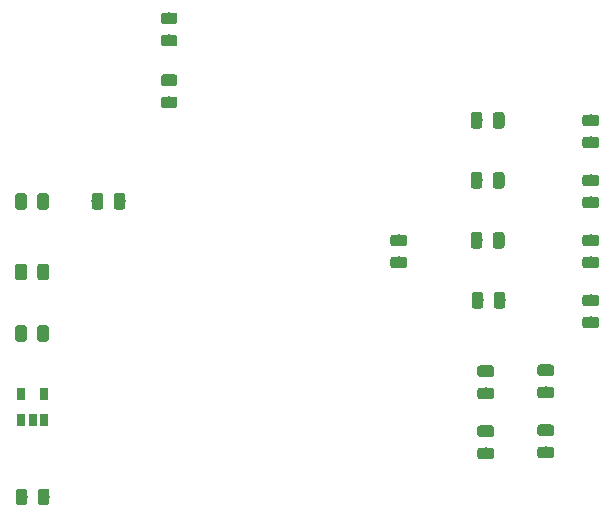
<source format=gtp>
G04 #@! TF.GenerationSoftware,KiCad,Pcbnew,(5.1.2)-1*
G04 #@! TF.CreationDate,2019-09-17T06:22:34+02:00*
G04 #@! TF.ProjectId,PiezoBedSensor,5069657a-6f42-4656-9453-656e736f722e,rev?*
G04 #@! TF.SameCoordinates,Original*
G04 #@! TF.FileFunction,Paste,Top*
G04 #@! TF.FilePolarity,Positive*
%FSLAX46Y46*%
G04 Gerber Fmt 4.6, Leading zero omitted, Abs format (unit mm)*
G04 Created by KiCad (PCBNEW (5.1.2)-1) date 2019-09-17 06:22:34*
%MOMM*%
%LPD*%
G04 APERTURE LIST*
%ADD10C,0.100000*%
%ADD11C,0.975000*%
%ADD12R,0.650000X1.060000*%
G04 APERTURE END LIST*
D10*
G36*
X112240142Y-60473674D02*
G01*
X112263803Y-60477184D01*
X112287007Y-60482996D01*
X112309529Y-60491054D01*
X112331153Y-60501282D01*
X112351670Y-60513579D01*
X112370883Y-60527829D01*
X112388607Y-60543893D01*
X112404671Y-60561617D01*
X112418921Y-60580830D01*
X112431218Y-60601347D01*
X112441446Y-60622971D01*
X112449504Y-60645493D01*
X112455316Y-60668697D01*
X112458826Y-60692358D01*
X112460000Y-60716250D01*
X112460000Y-61203750D01*
X112458826Y-61227642D01*
X112455316Y-61251303D01*
X112449504Y-61274507D01*
X112441446Y-61297029D01*
X112431218Y-61318653D01*
X112418921Y-61339170D01*
X112404671Y-61358383D01*
X112388607Y-61376107D01*
X112370883Y-61392171D01*
X112351670Y-61406421D01*
X112331153Y-61418718D01*
X112309529Y-61428946D01*
X112287007Y-61437004D01*
X112263803Y-61442816D01*
X112240142Y-61446326D01*
X112216250Y-61447500D01*
X111303750Y-61447500D01*
X111279858Y-61446326D01*
X111256197Y-61442816D01*
X111232993Y-61437004D01*
X111210471Y-61428946D01*
X111188847Y-61418718D01*
X111168330Y-61406421D01*
X111149117Y-61392171D01*
X111131393Y-61376107D01*
X111115329Y-61358383D01*
X111101079Y-61339170D01*
X111088782Y-61318653D01*
X111078554Y-61297029D01*
X111070496Y-61274507D01*
X111064684Y-61251303D01*
X111061174Y-61227642D01*
X111060000Y-61203750D01*
X111060000Y-60716250D01*
X111061174Y-60692358D01*
X111064684Y-60668697D01*
X111070496Y-60645493D01*
X111078554Y-60622971D01*
X111088782Y-60601347D01*
X111101079Y-60580830D01*
X111115329Y-60561617D01*
X111131393Y-60543893D01*
X111149117Y-60527829D01*
X111168330Y-60513579D01*
X111188847Y-60501282D01*
X111210471Y-60491054D01*
X111232993Y-60482996D01*
X111256197Y-60477184D01*
X111279858Y-60473674D01*
X111303750Y-60472500D01*
X112216250Y-60472500D01*
X112240142Y-60473674D01*
X112240142Y-60473674D01*
G37*
D11*
X111760000Y-60960000D03*
D10*
G36*
X112240142Y-62348674D02*
G01*
X112263803Y-62352184D01*
X112287007Y-62357996D01*
X112309529Y-62366054D01*
X112331153Y-62376282D01*
X112351670Y-62388579D01*
X112370883Y-62402829D01*
X112388607Y-62418893D01*
X112404671Y-62436617D01*
X112418921Y-62455830D01*
X112431218Y-62476347D01*
X112441446Y-62497971D01*
X112449504Y-62520493D01*
X112455316Y-62543697D01*
X112458826Y-62567358D01*
X112460000Y-62591250D01*
X112460000Y-63078750D01*
X112458826Y-63102642D01*
X112455316Y-63126303D01*
X112449504Y-63149507D01*
X112441446Y-63172029D01*
X112431218Y-63193653D01*
X112418921Y-63214170D01*
X112404671Y-63233383D01*
X112388607Y-63251107D01*
X112370883Y-63267171D01*
X112351670Y-63281421D01*
X112331153Y-63293718D01*
X112309529Y-63303946D01*
X112287007Y-63312004D01*
X112263803Y-63317816D01*
X112240142Y-63321326D01*
X112216250Y-63322500D01*
X111303750Y-63322500D01*
X111279858Y-63321326D01*
X111256197Y-63317816D01*
X111232993Y-63312004D01*
X111210471Y-63303946D01*
X111188847Y-63293718D01*
X111168330Y-63281421D01*
X111149117Y-63267171D01*
X111131393Y-63251107D01*
X111115329Y-63233383D01*
X111101079Y-63214170D01*
X111088782Y-63193653D01*
X111078554Y-63172029D01*
X111070496Y-63149507D01*
X111064684Y-63126303D01*
X111061174Y-63102642D01*
X111060000Y-63078750D01*
X111060000Y-62591250D01*
X111061174Y-62567358D01*
X111064684Y-62543697D01*
X111070496Y-62520493D01*
X111078554Y-62497971D01*
X111088782Y-62476347D01*
X111101079Y-62455830D01*
X111115329Y-62436617D01*
X111131393Y-62418893D01*
X111149117Y-62402829D01*
X111168330Y-62388579D01*
X111188847Y-62376282D01*
X111210471Y-62366054D01*
X111232993Y-62357996D01*
X111256197Y-62352184D01*
X111279858Y-62348674D01*
X111303750Y-62347500D01*
X112216250Y-62347500D01*
X112240142Y-62348674D01*
X112240142Y-62348674D01*
G37*
D11*
X111760000Y-62835000D03*
D10*
G36*
X131671142Y-79269674D02*
G01*
X131694803Y-79273184D01*
X131718007Y-79278996D01*
X131740529Y-79287054D01*
X131762153Y-79297282D01*
X131782670Y-79309579D01*
X131801883Y-79323829D01*
X131819607Y-79339893D01*
X131835671Y-79357617D01*
X131849921Y-79376830D01*
X131862218Y-79397347D01*
X131872446Y-79418971D01*
X131880504Y-79441493D01*
X131886316Y-79464697D01*
X131889826Y-79488358D01*
X131891000Y-79512250D01*
X131891000Y-79999750D01*
X131889826Y-80023642D01*
X131886316Y-80047303D01*
X131880504Y-80070507D01*
X131872446Y-80093029D01*
X131862218Y-80114653D01*
X131849921Y-80135170D01*
X131835671Y-80154383D01*
X131819607Y-80172107D01*
X131801883Y-80188171D01*
X131782670Y-80202421D01*
X131762153Y-80214718D01*
X131740529Y-80224946D01*
X131718007Y-80233004D01*
X131694803Y-80238816D01*
X131671142Y-80242326D01*
X131647250Y-80243500D01*
X130734750Y-80243500D01*
X130710858Y-80242326D01*
X130687197Y-80238816D01*
X130663993Y-80233004D01*
X130641471Y-80224946D01*
X130619847Y-80214718D01*
X130599330Y-80202421D01*
X130580117Y-80188171D01*
X130562393Y-80172107D01*
X130546329Y-80154383D01*
X130532079Y-80135170D01*
X130519782Y-80114653D01*
X130509554Y-80093029D01*
X130501496Y-80070507D01*
X130495684Y-80047303D01*
X130492174Y-80023642D01*
X130491000Y-79999750D01*
X130491000Y-79512250D01*
X130492174Y-79488358D01*
X130495684Y-79464697D01*
X130501496Y-79441493D01*
X130509554Y-79418971D01*
X130519782Y-79397347D01*
X130532079Y-79376830D01*
X130546329Y-79357617D01*
X130562393Y-79339893D01*
X130580117Y-79323829D01*
X130599330Y-79309579D01*
X130619847Y-79297282D01*
X130641471Y-79287054D01*
X130663993Y-79278996D01*
X130687197Y-79273184D01*
X130710858Y-79269674D01*
X130734750Y-79268500D01*
X131647250Y-79268500D01*
X131671142Y-79269674D01*
X131671142Y-79269674D01*
G37*
D11*
X131191000Y-79756000D03*
D10*
G36*
X131671142Y-81144674D02*
G01*
X131694803Y-81148184D01*
X131718007Y-81153996D01*
X131740529Y-81162054D01*
X131762153Y-81172282D01*
X131782670Y-81184579D01*
X131801883Y-81198829D01*
X131819607Y-81214893D01*
X131835671Y-81232617D01*
X131849921Y-81251830D01*
X131862218Y-81272347D01*
X131872446Y-81293971D01*
X131880504Y-81316493D01*
X131886316Y-81339697D01*
X131889826Y-81363358D01*
X131891000Y-81387250D01*
X131891000Y-81874750D01*
X131889826Y-81898642D01*
X131886316Y-81922303D01*
X131880504Y-81945507D01*
X131872446Y-81968029D01*
X131862218Y-81989653D01*
X131849921Y-82010170D01*
X131835671Y-82029383D01*
X131819607Y-82047107D01*
X131801883Y-82063171D01*
X131782670Y-82077421D01*
X131762153Y-82089718D01*
X131740529Y-82099946D01*
X131718007Y-82108004D01*
X131694803Y-82113816D01*
X131671142Y-82117326D01*
X131647250Y-82118500D01*
X130734750Y-82118500D01*
X130710858Y-82117326D01*
X130687197Y-82113816D01*
X130663993Y-82108004D01*
X130641471Y-82099946D01*
X130619847Y-82089718D01*
X130599330Y-82077421D01*
X130580117Y-82063171D01*
X130562393Y-82047107D01*
X130546329Y-82029383D01*
X130532079Y-82010170D01*
X130519782Y-81989653D01*
X130509554Y-81968029D01*
X130501496Y-81945507D01*
X130495684Y-81922303D01*
X130492174Y-81898642D01*
X130491000Y-81874750D01*
X130491000Y-81387250D01*
X130492174Y-81363358D01*
X130495684Y-81339697D01*
X130501496Y-81316493D01*
X130509554Y-81293971D01*
X130519782Y-81272347D01*
X130532079Y-81251830D01*
X130546329Y-81232617D01*
X130562393Y-81214893D01*
X130580117Y-81198829D01*
X130599330Y-81184579D01*
X130619847Y-81172282D01*
X130641471Y-81162054D01*
X130663993Y-81153996D01*
X130687197Y-81148184D01*
X130710858Y-81144674D01*
X130734750Y-81143500D01*
X131647250Y-81143500D01*
X131671142Y-81144674D01*
X131671142Y-81144674D01*
G37*
D11*
X131191000Y-81631000D03*
D10*
G36*
X101359642Y-81724174D02*
G01*
X101383303Y-81727684D01*
X101406507Y-81733496D01*
X101429029Y-81741554D01*
X101450653Y-81751782D01*
X101471170Y-81764079D01*
X101490383Y-81778329D01*
X101508107Y-81794393D01*
X101524171Y-81812117D01*
X101538421Y-81831330D01*
X101550718Y-81851847D01*
X101560946Y-81873471D01*
X101569004Y-81895993D01*
X101574816Y-81919197D01*
X101578326Y-81942858D01*
X101579500Y-81966750D01*
X101579500Y-82879250D01*
X101578326Y-82903142D01*
X101574816Y-82926803D01*
X101569004Y-82950007D01*
X101560946Y-82972529D01*
X101550718Y-82994153D01*
X101538421Y-83014670D01*
X101524171Y-83033883D01*
X101508107Y-83051607D01*
X101490383Y-83067671D01*
X101471170Y-83081921D01*
X101450653Y-83094218D01*
X101429029Y-83104446D01*
X101406507Y-83112504D01*
X101383303Y-83118316D01*
X101359642Y-83121826D01*
X101335750Y-83123000D01*
X100848250Y-83123000D01*
X100824358Y-83121826D01*
X100800697Y-83118316D01*
X100777493Y-83112504D01*
X100754971Y-83104446D01*
X100733347Y-83094218D01*
X100712830Y-83081921D01*
X100693617Y-83067671D01*
X100675893Y-83051607D01*
X100659829Y-83033883D01*
X100645579Y-83014670D01*
X100633282Y-82994153D01*
X100623054Y-82972529D01*
X100614996Y-82950007D01*
X100609184Y-82926803D01*
X100605674Y-82903142D01*
X100604500Y-82879250D01*
X100604500Y-81966750D01*
X100605674Y-81942858D01*
X100609184Y-81919197D01*
X100614996Y-81895993D01*
X100623054Y-81873471D01*
X100633282Y-81851847D01*
X100645579Y-81831330D01*
X100659829Y-81812117D01*
X100675893Y-81794393D01*
X100693617Y-81778329D01*
X100712830Y-81764079D01*
X100733347Y-81751782D01*
X100754971Y-81741554D01*
X100777493Y-81733496D01*
X100800697Y-81727684D01*
X100824358Y-81724174D01*
X100848250Y-81723000D01*
X101335750Y-81723000D01*
X101359642Y-81724174D01*
X101359642Y-81724174D01*
G37*
D11*
X101092000Y-82423000D03*
D10*
G36*
X99484642Y-81724174D02*
G01*
X99508303Y-81727684D01*
X99531507Y-81733496D01*
X99554029Y-81741554D01*
X99575653Y-81751782D01*
X99596170Y-81764079D01*
X99615383Y-81778329D01*
X99633107Y-81794393D01*
X99649171Y-81812117D01*
X99663421Y-81831330D01*
X99675718Y-81851847D01*
X99685946Y-81873471D01*
X99694004Y-81895993D01*
X99699816Y-81919197D01*
X99703326Y-81942858D01*
X99704500Y-81966750D01*
X99704500Y-82879250D01*
X99703326Y-82903142D01*
X99699816Y-82926803D01*
X99694004Y-82950007D01*
X99685946Y-82972529D01*
X99675718Y-82994153D01*
X99663421Y-83014670D01*
X99649171Y-83033883D01*
X99633107Y-83051607D01*
X99615383Y-83067671D01*
X99596170Y-83081921D01*
X99575653Y-83094218D01*
X99554029Y-83104446D01*
X99531507Y-83112504D01*
X99508303Y-83118316D01*
X99484642Y-83121826D01*
X99460750Y-83123000D01*
X98973250Y-83123000D01*
X98949358Y-83121826D01*
X98925697Y-83118316D01*
X98902493Y-83112504D01*
X98879971Y-83104446D01*
X98858347Y-83094218D01*
X98837830Y-83081921D01*
X98818617Y-83067671D01*
X98800893Y-83051607D01*
X98784829Y-83033883D01*
X98770579Y-83014670D01*
X98758282Y-82994153D01*
X98748054Y-82972529D01*
X98739996Y-82950007D01*
X98734184Y-82926803D01*
X98730674Y-82903142D01*
X98729500Y-82879250D01*
X98729500Y-81966750D01*
X98730674Y-81942858D01*
X98734184Y-81919197D01*
X98739996Y-81895993D01*
X98748054Y-81873471D01*
X98758282Y-81851847D01*
X98770579Y-81831330D01*
X98784829Y-81812117D01*
X98800893Y-81794393D01*
X98818617Y-81778329D01*
X98837830Y-81764079D01*
X98858347Y-81751782D01*
X98879971Y-81741554D01*
X98902493Y-81733496D01*
X98925697Y-81727684D01*
X98949358Y-81724174D01*
X98973250Y-81723000D01*
X99460750Y-81723000D01*
X99484642Y-81724174D01*
X99484642Y-81724174D01*
G37*
D11*
X99217000Y-82423000D03*
D10*
G36*
X101359642Y-86931174D02*
G01*
X101383303Y-86934684D01*
X101406507Y-86940496D01*
X101429029Y-86948554D01*
X101450653Y-86958782D01*
X101471170Y-86971079D01*
X101490383Y-86985329D01*
X101508107Y-87001393D01*
X101524171Y-87019117D01*
X101538421Y-87038330D01*
X101550718Y-87058847D01*
X101560946Y-87080471D01*
X101569004Y-87102993D01*
X101574816Y-87126197D01*
X101578326Y-87149858D01*
X101579500Y-87173750D01*
X101579500Y-88086250D01*
X101578326Y-88110142D01*
X101574816Y-88133803D01*
X101569004Y-88157007D01*
X101560946Y-88179529D01*
X101550718Y-88201153D01*
X101538421Y-88221670D01*
X101524171Y-88240883D01*
X101508107Y-88258607D01*
X101490383Y-88274671D01*
X101471170Y-88288921D01*
X101450653Y-88301218D01*
X101429029Y-88311446D01*
X101406507Y-88319504D01*
X101383303Y-88325316D01*
X101359642Y-88328826D01*
X101335750Y-88330000D01*
X100848250Y-88330000D01*
X100824358Y-88328826D01*
X100800697Y-88325316D01*
X100777493Y-88319504D01*
X100754971Y-88311446D01*
X100733347Y-88301218D01*
X100712830Y-88288921D01*
X100693617Y-88274671D01*
X100675893Y-88258607D01*
X100659829Y-88240883D01*
X100645579Y-88221670D01*
X100633282Y-88201153D01*
X100623054Y-88179529D01*
X100614996Y-88157007D01*
X100609184Y-88133803D01*
X100605674Y-88110142D01*
X100604500Y-88086250D01*
X100604500Y-87173750D01*
X100605674Y-87149858D01*
X100609184Y-87126197D01*
X100614996Y-87102993D01*
X100623054Y-87080471D01*
X100633282Y-87058847D01*
X100645579Y-87038330D01*
X100659829Y-87019117D01*
X100675893Y-87001393D01*
X100693617Y-86985329D01*
X100712830Y-86971079D01*
X100733347Y-86958782D01*
X100754971Y-86948554D01*
X100777493Y-86940496D01*
X100800697Y-86934684D01*
X100824358Y-86931174D01*
X100848250Y-86930000D01*
X101335750Y-86930000D01*
X101359642Y-86931174D01*
X101359642Y-86931174D01*
G37*
D11*
X101092000Y-87630000D03*
D10*
G36*
X99484642Y-86931174D02*
G01*
X99508303Y-86934684D01*
X99531507Y-86940496D01*
X99554029Y-86948554D01*
X99575653Y-86958782D01*
X99596170Y-86971079D01*
X99615383Y-86985329D01*
X99633107Y-87001393D01*
X99649171Y-87019117D01*
X99663421Y-87038330D01*
X99675718Y-87058847D01*
X99685946Y-87080471D01*
X99694004Y-87102993D01*
X99699816Y-87126197D01*
X99703326Y-87149858D01*
X99704500Y-87173750D01*
X99704500Y-88086250D01*
X99703326Y-88110142D01*
X99699816Y-88133803D01*
X99694004Y-88157007D01*
X99685946Y-88179529D01*
X99675718Y-88201153D01*
X99663421Y-88221670D01*
X99649171Y-88240883D01*
X99633107Y-88258607D01*
X99615383Y-88274671D01*
X99596170Y-88288921D01*
X99575653Y-88301218D01*
X99554029Y-88311446D01*
X99531507Y-88319504D01*
X99508303Y-88325316D01*
X99484642Y-88328826D01*
X99460750Y-88330000D01*
X98973250Y-88330000D01*
X98949358Y-88328826D01*
X98925697Y-88325316D01*
X98902493Y-88319504D01*
X98879971Y-88311446D01*
X98858347Y-88301218D01*
X98837830Y-88288921D01*
X98818617Y-88274671D01*
X98800893Y-88258607D01*
X98784829Y-88240883D01*
X98770579Y-88221670D01*
X98758282Y-88201153D01*
X98748054Y-88179529D01*
X98739996Y-88157007D01*
X98734184Y-88133803D01*
X98730674Y-88110142D01*
X98729500Y-88086250D01*
X98729500Y-87173750D01*
X98730674Y-87149858D01*
X98734184Y-87126197D01*
X98739996Y-87102993D01*
X98748054Y-87080471D01*
X98758282Y-87058847D01*
X98770579Y-87038330D01*
X98784829Y-87019117D01*
X98800893Y-87001393D01*
X98818617Y-86985329D01*
X98837830Y-86971079D01*
X98858347Y-86958782D01*
X98879971Y-86948554D01*
X98902493Y-86940496D01*
X98925697Y-86934684D01*
X98949358Y-86931174D01*
X98973250Y-86930000D01*
X99460750Y-86930000D01*
X99484642Y-86931174D01*
X99484642Y-86931174D01*
G37*
D11*
X99217000Y-87630000D03*
D10*
G36*
X101408142Y-100774174D02*
G01*
X101431803Y-100777684D01*
X101455007Y-100783496D01*
X101477529Y-100791554D01*
X101499153Y-100801782D01*
X101519670Y-100814079D01*
X101538883Y-100828329D01*
X101556607Y-100844393D01*
X101572671Y-100862117D01*
X101586921Y-100881330D01*
X101599218Y-100901847D01*
X101609446Y-100923471D01*
X101617504Y-100945993D01*
X101623316Y-100969197D01*
X101626826Y-100992858D01*
X101628000Y-101016750D01*
X101628000Y-101929250D01*
X101626826Y-101953142D01*
X101623316Y-101976803D01*
X101617504Y-102000007D01*
X101609446Y-102022529D01*
X101599218Y-102044153D01*
X101586921Y-102064670D01*
X101572671Y-102083883D01*
X101556607Y-102101607D01*
X101538883Y-102117671D01*
X101519670Y-102131921D01*
X101499153Y-102144218D01*
X101477529Y-102154446D01*
X101455007Y-102162504D01*
X101431803Y-102168316D01*
X101408142Y-102171826D01*
X101384250Y-102173000D01*
X100896750Y-102173000D01*
X100872858Y-102171826D01*
X100849197Y-102168316D01*
X100825993Y-102162504D01*
X100803471Y-102154446D01*
X100781847Y-102144218D01*
X100761330Y-102131921D01*
X100742117Y-102117671D01*
X100724393Y-102101607D01*
X100708329Y-102083883D01*
X100694079Y-102064670D01*
X100681782Y-102044153D01*
X100671554Y-102022529D01*
X100663496Y-102000007D01*
X100657684Y-101976803D01*
X100654174Y-101953142D01*
X100653000Y-101929250D01*
X100653000Y-101016750D01*
X100654174Y-100992858D01*
X100657684Y-100969197D01*
X100663496Y-100945993D01*
X100671554Y-100923471D01*
X100681782Y-100901847D01*
X100694079Y-100881330D01*
X100708329Y-100862117D01*
X100724393Y-100844393D01*
X100742117Y-100828329D01*
X100761330Y-100814079D01*
X100781847Y-100801782D01*
X100803471Y-100791554D01*
X100825993Y-100783496D01*
X100849197Y-100777684D01*
X100872858Y-100774174D01*
X100896750Y-100773000D01*
X101384250Y-100773000D01*
X101408142Y-100774174D01*
X101408142Y-100774174D01*
G37*
D11*
X101140500Y-101473000D03*
D10*
G36*
X99533142Y-100774174D02*
G01*
X99556803Y-100777684D01*
X99580007Y-100783496D01*
X99602529Y-100791554D01*
X99624153Y-100801782D01*
X99644670Y-100814079D01*
X99663883Y-100828329D01*
X99681607Y-100844393D01*
X99697671Y-100862117D01*
X99711921Y-100881330D01*
X99724218Y-100901847D01*
X99734446Y-100923471D01*
X99742504Y-100945993D01*
X99748316Y-100969197D01*
X99751826Y-100992858D01*
X99753000Y-101016750D01*
X99753000Y-101929250D01*
X99751826Y-101953142D01*
X99748316Y-101976803D01*
X99742504Y-102000007D01*
X99734446Y-102022529D01*
X99724218Y-102044153D01*
X99711921Y-102064670D01*
X99697671Y-102083883D01*
X99681607Y-102101607D01*
X99663883Y-102117671D01*
X99644670Y-102131921D01*
X99624153Y-102144218D01*
X99602529Y-102154446D01*
X99580007Y-102162504D01*
X99556803Y-102168316D01*
X99533142Y-102171826D01*
X99509250Y-102173000D01*
X99021750Y-102173000D01*
X98997858Y-102171826D01*
X98974197Y-102168316D01*
X98950993Y-102162504D01*
X98928471Y-102154446D01*
X98906847Y-102144218D01*
X98886330Y-102131921D01*
X98867117Y-102117671D01*
X98849393Y-102101607D01*
X98833329Y-102083883D01*
X98819079Y-102064670D01*
X98806782Y-102044153D01*
X98796554Y-102022529D01*
X98788496Y-102000007D01*
X98782684Y-101976803D01*
X98779174Y-101953142D01*
X98778000Y-101929250D01*
X98778000Y-101016750D01*
X98779174Y-100992858D01*
X98782684Y-100969197D01*
X98788496Y-100945993D01*
X98796554Y-100923471D01*
X98806782Y-100901847D01*
X98819079Y-100881330D01*
X98833329Y-100862117D01*
X98849393Y-100844393D01*
X98867117Y-100828329D01*
X98886330Y-100814079D01*
X98906847Y-100801782D01*
X98928471Y-100791554D01*
X98950993Y-100783496D01*
X98974197Y-100777684D01*
X98997858Y-100774174D01*
X99021750Y-100773000D01*
X99509250Y-100773000D01*
X99533142Y-100774174D01*
X99533142Y-100774174D01*
G37*
D11*
X99265500Y-101473000D03*
D12*
X99253000Y-92753000D03*
X101153000Y-92753000D03*
X101153000Y-94953000D03*
X100203000Y-94953000D03*
X99253000Y-94953000D03*
D10*
G36*
X147927142Y-84349674D02*
G01*
X147950803Y-84353184D01*
X147974007Y-84358996D01*
X147996529Y-84367054D01*
X148018153Y-84377282D01*
X148038670Y-84389579D01*
X148057883Y-84403829D01*
X148075607Y-84419893D01*
X148091671Y-84437617D01*
X148105921Y-84456830D01*
X148118218Y-84477347D01*
X148128446Y-84498971D01*
X148136504Y-84521493D01*
X148142316Y-84544697D01*
X148145826Y-84568358D01*
X148147000Y-84592250D01*
X148147000Y-85079750D01*
X148145826Y-85103642D01*
X148142316Y-85127303D01*
X148136504Y-85150507D01*
X148128446Y-85173029D01*
X148118218Y-85194653D01*
X148105921Y-85215170D01*
X148091671Y-85234383D01*
X148075607Y-85252107D01*
X148057883Y-85268171D01*
X148038670Y-85282421D01*
X148018153Y-85294718D01*
X147996529Y-85304946D01*
X147974007Y-85313004D01*
X147950803Y-85318816D01*
X147927142Y-85322326D01*
X147903250Y-85323500D01*
X146990750Y-85323500D01*
X146966858Y-85322326D01*
X146943197Y-85318816D01*
X146919993Y-85313004D01*
X146897471Y-85304946D01*
X146875847Y-85294718D01*
X146855330Y-85282421D01*
X146836117Y-85268171D01*
X146818393Y-85252107D01*
X146802329Y-85234383D01*
X146788079Y-85215170D01*
X146775782Y-85194653D01*
X146765554Y-85173029D01*
X146757496Y-85150507D01*
X146751684Y-85127303D01*
X146748174Y-85103642D01*
X146747000Y-85079750D01*
X146747000Y-84592250D01*
X146748174Y-84568358D01*
X146751684Y-84544697D01*
X146757496Y-84521493D01*
X146765554Y-84498971D01*
X146775782Y-84477347D01*
X146788079Y-84456830D01*
X146802329Y-84437617D01*
X146818393Y-84419893D01*
X146836117Y-84403829D01*
X146855330Y-84389579D01*
X146875847Y-84377282D01*
X146897471Y-84367054D01*
X146919993Y-84358996D01*
X146943197Y-84353184D01*
X146966858Y-84349674D01*
X146990750Y-84348500D01*
X147903250Y-84348500D01*
X147927142Y-84349674D01*
X147927142Y-84349674D01*
G37*
D11*
X147447000Y-84836000D03*
D10*
G36*
X147927142Y-86224674D02*
G01*
X147950803Y-86228184D01*
X147974007Y-86233996D01*
X147996529Y-86242054D01*
X148018153Y-86252282D01*
X148038670Y-86264579D01*
X148057883Y-86278829D01*
X148075607Y-86294893D01*
X148091671Y-86312617D01*
X148105921Y-86331830D01*
X148118218Y-86352347D01*
X148128446Y-86373971D01*
X148136504Y-86396493D01*
X148142316Y-86419697D01*
X148145826Y-86443358D01*
X148147000Y-86467250D01*
X148147000Y-86954750D01*
X148145826Y-86978642D01*
X148142316Y-87002303D01*
X148136504Y-87025507D01*
X148128446Y-87048029D01*
X148118218Y-87069653D01*
X148105921Y-87090170D01*
X148091671Y-87109383D01*
X148075607Y-87127107D01*
X148057883Y-87143171D01*
X148038670Y-87157421D01*
X148018153Y-87169718D01*
X147996529Y-87179946D01*
X147974007Y-87188004D01*
X147950803Y-87193816D01*
X147927142Y-87197326D01*
X147903250Y-87198500D01*
X146990750Y-87198500D01*
X146966858Y-87197326D01*
X146943197Y-87193816D01*
X146919993Y-87188004D01*
X146897471Y-87179946D01*
X146875847Y-87169718D01*
X146855330Y-87157421D01*
X146836117Y-87143171D01*
X146818393Y-87127107D01*
X146802329Y-87109383D01*
X146788079Y-87090170D01*
X146775782Y-87069653D01*
X146765554Y-87048029D01*
X146757496Y-87025507D01*
X146751684Y-87002303D01*
X146748174Y-86978642D01*
X146747000Y-86954750D01*
X146747000Y-86467250D01*
X146748174Y-86443358D01*
X146751684Y-86419697D01*
X146757496Y-86396493D01*
X146765554Y-86373971D01*
X146775782Y-86352347D01*
X146788079Y-86331830D01*
X146802329Y-86312617D01*
X146818393Y-86294893D01*
X146836117Y-86278829D01*
X146855330Y-86264579D01*
X146875847Y-86252282D01*
X146897471Y-86242054D01*
X146919993Y-86233996D01*
X146943197Y-86228184D01*
X146966858Y-86224674D01*
X146990750Y-86223500D01*
X147903250Y-86223500D01*
X147927142Y-86224674D01*
X147927142Y-86224674D01*
G37*
D11*
X147447000Y-86711000D03*
D10*
G36*
X147927142Y-79269674D02*
G01*
X147950803Y-79273184D01*
X147974007Y-79278996D01*
X147996529Y-79287054D01*
X148018153Y-79297282D01*
X148038670Y-79309579D01*
X148057883Y-79323829D01*
X148075607Y-79339893D01*
X148091671Y-79357617D01*
X148105921Y-79376830D01*
X148118218Y-79397347D01*
X148128446Y-79418971D01*
X148136504Y-79441493D01*
X148142316Y-79464697D01*
X148145826Y-79488358D01*
X148147000Y-79512250D01*
X148147000Y-79999750D01*
X148145826Y-80023642D01*
X148142316Y-80047303D01*
X148136504Y-80070507D01*
X148128446Y-80093029D01*
X148118218Y-80114653D01*
X148105921Y-80135170D01*
X148091671Y-80154383D01*
X148075607Y-80172107D01*
X148057883Y-80188171D01*
X148038670Y-80202421D01*
X148018153Y-80214718D01*
X147996529Y-80224946D01*
X147974007Y-80233004D01*
X147950803Y-80238816D01*
X147927142Y-80242326D01*
X147903250Y-80243500D01*
X146990750Y-80243500D01*
X146966858Y-80242326D01*
X146943197Y-80238816D01*
X146919993Y-80233004D01*
X146897471Y-80224946D01*
X146875847Y-80214718D01*
X146855330Y-80202421D01*
X146836117Y-80188171D01*
X146818393Y-80172107D01*
X146802329Y-80154383D01*
X146788079Y-80135170D01*
X146775782Y-80114653D01*
X146765554Y-80093029D01*
X146757496Y-80070507D01*
X146751684Y-80047303D01*
X146748174Y-80023642D01*
X146747000Y-79999750D01*
X146747000Y-79512250D01*
X146748174Y-79488358D01*
X146751684Y-79464697D01*
X146757496Y-79441493D01*
X146765554Y-79418971D01*
X146775782Y-79397347D01*
X146788079Y-79376830D01*
X146802329Y-79357617D01*
X146818393Y-79339893D01*
X146836117Y-79323829D01*
X146855330Y-79309579D01*
X146875847Y-79297282D01*
X146897471Y-79287054D01*
X146919993Y-79278996D01*
X146943197Y-79273184D01*
X146966858Y-79269674D01*
X146990750Y-79268500D01*
X147903250Y-79268500D01*
X147927142Y-79269674D01*
X147927142Y-79269674D01*
G37*
D11*
X147447000Y-79756000D03*
D10*
G36*
X147927142Y-81144674D02*
G01*
X147950803Y-81148184D01*
X147974007Y-81153996D01*
X147996529Y-81162054D01*
X148018153Y-81172282D01*
X148038670Y-81184579D01*
X148057883Y-81198829D01*
X148075607Y-81214893D01*
X148091671Y-81232617D01*
X148105921Y-81251830D01*
X148118218Y-81272347D01*
X148128446Y-81293971D01*
X148136504Y-81316493D01*
X148142316Y-81339697D01*
X148145826Y-81363358D01*
X148147000Y-81387250D01*
X148147000Y-81874750D01*
X148145826Y-81898642D01*
X148142316Y-81922303D01*
X148136504Y-81945507D01*
X148128446Y-81968029D01*
X148118218Y-81989653D01*
X148105921Y-82010170D01*
X148091671Y-82029383D01*
X148075607Y-82047107D01*
X148057883Y-82063171D01*
X148038670Y-82077421D01*
X148018153Y-82089718D01*
X147996529Y-82099946D01*
X147974007Y-82108004D01*
X147950803Y-82113816D01*
X147927142Y-82117326D01*
X147903250Y-82118500D01*
X146990750Y-82118500D01*
X146966858Y-82117326D01*
X146943197Y-82113816D01*
X146919993Y-82108004D01*
X146897471Y-82099946D01*
X146875847Y-82089718D01*
X146855330Y-82077421D01*
X146836117Y-82063171D01*
X146818393Y-82047107D01*
X146802329Y-82029383D01*
X146788079Y-82010170D01*
X146775782Y-81989653D01*
X146765554Y-81968029D01*
X146757496Y-81945507D01*
X146751684Y-81922303D01*
X146748174Y-81898642D01*
X146747000Y-81874750D01*
X146747000Y-81387250D01*
X146748174Y-81363358D01*
X146751684Y-81339697D01*
X146757496Y-81316493D01*
X146765554Y-81293971D01*
X146775782Y-81272347D01*
X146788079Y-81251830D01*
X146802329Y-81232617D01*
X146818393Y-81214893D01*
X146836117Y-81198829D01*
X146855330Y-81184579D01*
X146875847Y-81172282D01*
X146897471Y-81162054D01*
X146919993Y-81153996D01*
X146943197Y-81148184D01*
X146966858Y-81144674D01*
X146990750Y-81143500D01*
X147903250Y-81143500D01*
X147927142Y-81144674D01*
X147927142Y-81144674D01*
G37*
D11*
X147447000Y-81631000D03*
D10*
G36*
X147927142Y-74189674D02*
G01*
X147950803Y-74193184D01*
X147974007Y-74198996D01*
X147996529Y-74207054D01*
X148018153Y-74217282D01*
X148038670Y-74229579D01*
X148057883Y-74243829D01*
X148075607Y-74259893D01*
X148091671Y-74277617D01*
X148105921Y-74296830D01*
X148118218Y-74317347D01*
X148128446Y-74338971D01*
X148136504Y-74361493D01*
X148142316Y-74384697D01*
X148145826Y-74408358D01*
X148147000Y-74432250D01*
X148147000Y-74919750D01*
X148145826Y-74943642D01*
X148142316Y-74967303D01*
X148136504Y-74990507D01*
X148128446Y-75013029D01*
X148118218Y-75034653D01*
X148105921Y-75055170D01*
X148091671Y-75074383D01*
X148075607Y-75092107D01*
X148057883Y-75108171D01*
X148038670Y-75122421D01*
X148018153Y-75134718D01*
X147996529Y-75144946D01*
X147974007Y-75153004D01*
X147950803Y-75158816D01*
X147927142Y-75162326D01*
X147903250Y-75163500D01*
X146990750Y-75163500D01*
X146966858Y-75162326D01*
X146943197Y-75158816D01*
X146919993Y-75153004D01*
X146897471Y-75144946D01*
X146875847Y-75134718D01*
X146855330Y-75122421D01*
X146836117Y-75108171D01*
X146818393Y-75092107D01*
X146802329Y-75074383D01*
X146788079Y-75055170D01*
X146775782Y-75034653D01*
X146765554Y-75013029D01*
X146757496Y-74990507D01*
X146751684Y-74967303D01*
X146748174Y-74943642D01*
X146747000Y-74919750D01*
X146747000Y-74432250D01*
X146748174Y-74408358D01*
X146751684Y-74384697D01*
X146757496Y-74361493D01*
X146765554Y-74338971D01*
X146775782Y-74317347D01*
X146788079Y-74296830D01*
X146802329Y-74277617D01*
X146818393Y-74259893D01*
X146836117Y-74243829D01*
X146855330Y-74229579D01*
X146875847Y-74217282D01*
X146897471Y-74207054D01*
X146919993Y-74198996D01*
X146943197Y-74193184D01*
X146966858Y-74189674D01*
X146990750Y-74188500D01*
X147903250Y-74188500D01*
X147927142Y-74189674D01*
X147927142Y-74189674D01*
G37*
D11*
X147447000Y-74676000D03*
D10*
G36*
X147927142Y-76064674D02*
G01*
X147950803Y-76068184D01*
X147974007Y-76073996D01*
X147996529Y-76082054D01*
X148018153Y-76092282D01*
X148038670Y-76104579D01*
X148057883Y-76118829D01*
X148075607Y-76134893D01*
X148091671Y-76152617D01*
X148105921Y-76171830D01*
X148118218Y-76192347D01*
X148128446Y-76213971D01*
X148136504Y-76236493D01*
X148142316Y-76259697D01*
X148145826Y-76283358D01*
X148147000Y-76307250D01*
X148147000Y-76794750D01*
X148145826Y-76818642D01*
X148142316Y-76842303D01*
X148136504Y-76865507D01*
X148128446Y-76888029D01*
X148118218Y-76909653D01*
X148105921Y-76930170D01*
X148091671Y-76949383D01*
X148075607Y-76967107D01*
X148057883Y-76983171D01*
X148038670Y-76997421D01*
X148018153Y-77009718D01*
X147996529Y-77019946D01*
X147974007Y-77028004D01*
X147950803Y-77033816D01*
X147927142Y-77037326D01*
X147903250Y-77038500D01*
X146990750Y-77038500D01*
X146966858Y-77037326D01*
X146943197Y-77033816D01*
X146919993Y-77028004D01*
X146897471Y-77019946D01*
X146875847Y-77009718D01*
X146855330Y-76997421D01*
X146836117Y-76983171D01*
X146818393Y-76967107D01*
X146802329Y-76949383D01*
X146788079Y-76930170D01*
X146775782Y-76909653D01*
X146765554Y-76888029D01*
X146757496Y-76865507D01*
X146751684Y-76842303D01*
X146748174Y-76818642D01*
X146747000Y-76794750D01*
X146747000Y-76307250D01*
X146748174Y-76283358D01*
X146751684Y-76259697D01*
X146757496Y-76236493D01*
X146765554Y-76213971D01*
X146775782Y-76192347D01*
X146788079Y-76171830D01*
X146802329Y-76152617D01*
X146818393Y-76134893D01*
X146836117Y-76118829D01*
X146855330Y-76104579D01*
X146875847Y-76092282D01*
X146897471Y-76082054D01*
X146919993Y-76073996D01*
X146943197Y-76068184D01*
X146966858Y-76064674D01*
X146990750Y-76063500D01*
X147903250Y-76063500D01*
X147927142Y-76064674D01*
X147927142Y-76064674D01*
G37*
D11*
X147447000Y-76551000D03*
D10*
G36*
X147927142Y-69109674D02*
G01*
X147950803Y-69113184D01*
X147974007Y-69118996D01*
X147996529Y-69127054D01*
X148018153Y-69137282D01*
X148038670Y-69149579D01*
X148057883Y-69163829D01*
X148075607Y-69179893D01*
X148091671Y-69197617D01*
X148105921Y-69216830D01*
X148118218Y-69237347D01*
X148128446Y-69258971D01*
X148136504Y-69281493D01*
X148142316Y-69304697D01*
X148145826Y-69328358D01*
X148147000Y-69352250D01*
X148147000Y-69839750D01*
X148145826Y-69863642D01*
X148142316Y-69887303D01*
X148136504Y-69910507D01*
X148128446Y-69933029D01*
X148118218Y-69954653D01*
X148105921Y-69975170D01*
X148091671Y-69994383D01*
X148075607Y-70012107D01*
X148057883Y-70028171D01*
X148038670Y-70042421D01*
X148018153Y-70054718D01*
X147996529Y-70064946D01*
X147974007Y-70073004D01*
X147950803Y-70078816D01*
X147927142Y-70082326D01*
X147903250Y-70083500D01*
X146990750Y-70083500D01*
X146966858Y-70082326D01*
X146943197Y-70078816D01*
X146919993Y-70073004D01*
X146897471Y-70064946D01*
X146875847Y-70054718D01*
X146855330Y-70042421D01*
X146836117Y-70028171D01*
X146818393Y-70012107D01*
X146802329Y-69994383D01*
X146788079Y-69975170D01*
X146775782Y-69954653D01*
X146765554Y-69933029D01*
X146757496Y-69910507D01*
X146751684Y-69887303D01*
X146748174Y-69863642D01*
X146747000Y-69839750D01*
X146747000Y-69352250D01*
X146748174Y-69328358D01*
X146751684Y-69304697D01*
X146757496Y-69281493D01*
X146765554Y-69258971D01*
X146775782Y-69237347D01*
X146788079Y-69216830D01*
X146802329Y-69197617D01*
X146818393Y-69179893D01*
X146836117Y-69163829D01*
X146855330Y-69149579D01*
X146875847Y-69137282D01*
X146897471Y-69127054D01*
X146919993Y-69118996D01*
X146943197Y-69113184D01*
X146966858Y-69109674D01*
X146990750Y-69108500D01*
X147903250Y-69108500D01*
X147927142Y-69109674D01*
X147927142Y-69109674D01*
G37*
D11*
X147447000Y-69596000D03*
D10*
G36*
X147927142Y-70984674D02*
G01*
X147950803Y-70988184D01*
X147974007Y-70993996D01*
X147996529Y-71002054D01*
X148018153Y-71012282D01*
X148038670Y-71024579D01*
X148057883Y-71038829D01*
X148075607Y-71054893D01*
X148091671Y-71072617D01*
X148105921Y-71091830D01*
X148118218Y-71112347D01*
X148128446Y-71133971D01*
X148136504Y-71156493D01*
X148142316Y-71179697D01*
X148145826Y-71203358D01*
X148147000Y-71227250D01*
X148147000Y-71714750D01*
X148145826Y-71738642D01*
X148142316Y-71762303D01*
X148136504Y-71785507D01*
X148128446Y-71808029D01*
X148118218Y-71829653D01*
X148105921Y-71850170D01*
X148091671Y-71869383D01*
X148075607Y-71887107D01*
X148057883Y-71903171D01*
X148038670Y-71917421D01*
X148018153Y-71929718D01*
X147996529Y-71939946D01*
X147974007Y-71948004D01*
X147950803Y-71953816D01*
X147927142Y-71957326D01*
X147903250Y-71958500D01*
X146990750Y-71958500D01*
X146966858Y-71957326D01*
X146943197Y-71953816D01*
X146919993Y-71948004D01*
X146897471Y-71939946D01*
X146875847Y-71929718D01*
X146855330Y-71917421D01*
X146836117Y-71903171D01*
X146818393Y-71887107D01*
X146802329Y-71869383D01*
X146788079Y-71850170D01*
X146775782Y-71829653D01*
X146765554Y-71808029D01*
X146757496Y-71785507D01*
X146751684Y-71762303D01*
X146748174Y-71738642D01*
X146747000Y-71714750D01*
X146747000Y-71227250D01*
X146748174Y-71203358D01*
X146751684Y-71179697D01*
X146757496Y-71156493D01*
X146765554Y-71133971D01*
X146775782Y-71112347D01*
X146788079Y-71091830D01*
X146802329Y-71072617D01*
X146818393Y-71054893D01*
X146836117Y-71038829D01*
X146855330Y-71024579D01*
X146875847Y-71012282D01*
X146897471Y-71002054D01*
X146919993Y-70993996D01*
X146943197Y-70988184D01*
X146966858Y-70984674D01*
X146990750Y-70983500D01*
X147903250Y-70983500D01*
X147927142Y-70984674D01*
X147927142Y-70984674D01*
G37*
D11*
X147447000Y-71471000D03*
D10*
G36*
X138141142Y-84137174D02*
G01*
X138164803Y-84140684D01*
X138188007Y-84146496D01*
X138210529Y-84154554D01*
X138232153Y-84164782D01*
X138252670Y-84177079D01*
X138271883Y-84191329D01*
X138289607Y-84207393D01*
X138305671Y-84225117D01*
X138319921Y-84244330D01*
X138332218Y-84264847D01*
X138342446Y-84286471D01*
X138350504Y-84308993D01*
X138356316Y-84332197D01*
X138359826Y-84355858D01*
X138361000Y-84379750D01*
X138361000Y-85292250D01*
X138359826Y-85316142D01*
X138356316Y-85339803D01*
X138350504Y-85363007D01*
X138342446Y-85385529D01*
X138332218Y-85407153D01*
X138319921Y-85427670D01*
X138305671Y-85446883D01*
X138289607Y-85464607D01*
X138271883Y-85480671D01*
X138252670Y-85494921D01*
X138232153Y-85507218D01*
X138210529Y-85517446D01*
X138188007Y-85525504D01*
X138164803Y-85531316D01*
X138141142Y-85534826D01*
X138117250Y-85536000D01*
X137629750Y-85536000D01*
X137605858Y-85534826D01*
X137582197Y-85531316D01*
X137558993Y-85525504D01*
X137536471Y-85517446D01*
X137514847Y-85507218D01*
X137494330Y-85494921D01*
X137475117Y-85480671D01*
X137457393Y-85464607D01*
X137441329Y-85446883D01*
X137427079Y-85427670D01*
X137414782Y-85407153D01*
X137404554Y-85385529D01*
X137396496Y-85363007D01*
X137390684Y-85339803D01*
X137387174Y-85316142D01*
X137386000Y-85292250D01*
X137386000Y-84379750D01*
X137387174Y-84355858D01*
X137390684Y-84332197D01*
X137396496Y-84308993D01*
X137404554Y-84286471D01*
X137414782Y-84264847D01*
X137427079Y-84244330D01*
X137441329Y-84225117D01*
X137457393Y-84207393D01*
X137475117Y-84191329D01*
X137494330Y-84177079D01*
X137514847Y-84164782D01*
X137536471Y-84154554D01*
X137558993Y-84146496D01*
X137582197Y-84140684D01*
X137605858Y-84137174D01*
X137629750Y-84136000D01*
X138117250Y-84136000D01*
X138141142Y-84137174D01*
X138141142Y-84137174D01*
G37*
D11*
X137873500Y-84836000D03*
D10*
G36*
X140016142Y-84137174D02*
G01*
X140039803Y-84140684D01*
X140063007Y-84146496D01*
X140085529Y-84154554D01*
X140107153Y-84164782D01*
X140127670Y-84177079D01*
X140146883Y-84191329D01*
X140164607Y-84207393D01*
X140180671Y-84225117D01*
X140194921Y-84244330D01*
X140207218Y-84264847D01*
X140217446Y-84286471D01*
X140225504Y-84308993D01*
X140231316Y-84332197D01*
X140234826Y-84355858D01*
X140236000Y-84379750D01*
X140236000Y-85292250D01*
X140234826Y-85316142D01*
X140231316Y-85339803D01*
X140225504Y-85363007D01*
X140217446Y-85385529D01*
X140207218Y-85407153D01*
X140194921Y-85427670D01*
X140180671Y-85446883D01*
X140164607Y-85464607D01*
X140146883Y-85480671D01*
X140127670Y-85494921D01*
X140107153Y-85507218D01*
X140085529Y-85517446D01*
X140063007Y-85525504D01*
X140039803Y-85531316D01*
X140016142Y-85534826D01*
X139992250Y-85536000D01*
X139504750Y-85536000D01*
X139480858Y-85534826D01*
X139457197Y-85531316D01*
X139433993Y-85525504D01*
X139411471Y-85517446D01*
X139389847Y-85507218D01*
X139369330Y-85494921D01*
X139350117Y-85480671D01*
X139332393Y-85464607D01*
X139316329Y-85446883D01*
X139302079Y-85427670D01*
X139289782Y-85407153D01*
X139279554Y-85385529D01*
X139271496Y-85363007D01*
X139265684Y-85339803D01*
X139262174Y-85316142D01*
X139261000Y-85292250D01*
X139261000Y-84379750D01*
X139262174Y-84355858D01*
X139265684Y-84332197D01*
X139271496Y-84308993D01*
X139279554Y-84286471D01*
X139289782Y-84264847D01*
X139302079Y-84244330D01*
X139316329Y-84225117D01*
X139332393Y-84207393D01*
X139350117Y-84191329D01*
X139369330Y-84177079D01*
X139389847Y-84164782D01*
X139411471Y-84154554D01*
X139433993Y-84146496D01*
X139457197Y-84140684D01*
X139480858Y-84137174D01*
X139504750Y-84136000D01*
X139992250Y-84136000D01*
X140016142Y-84137174D01*
X140016142Y-84137174D01*
G37*
D11*
X139748500Y-84836000D03*
D10*
G36*
X138062642Y-79057174D02*
G01*
X138086303Y-79060684D01*
X138109507Y-79066496D01*
X138132029Y-79074554D01*
X138153653Y-79084782D01*
X138174170Y-79097079D01*
X138193383Y-79111329D01*
X138211107Y-79127393D01*
X138227171Y-79145117D01*
X138241421Y-79164330D01*
X138253718Y-79184847D01*
X138263946Y-79206471D01*
X138272004Y-79228993D01*
X138277816Y-79252197D01*
X138281326Y-79275858D01*
X138282500Y-79299750D01*
X138282500Y-80212250D01*
X138281326Y-80236142D01*
X138277816Y-80259803D01*
X138272004Y-80283007D01*
X138263946Y-80305529D01*
X138253718Y-80327153D01*
X138241421Y-80347670D01*
X138227171Y-80366883D01*
X138211107Y-80384607D01*
X138193383Y-80400671D01*
X138174170Y-80414921D01*
X138153653Y-80427218D01*
X138132029Y-80437446D01*
X138109507Y-80445504D01*
X138086303Y-80451316D01*
X138062642Y-80454826D01*
X138038750Y-80456000D01*
X137551250Y-80456000D01*
X137527358Y-80454826D01*
X137503697Y-80451316D01*
X137480493Y-80445504D01*
X137457971Y-80437446D01*
X137436347Y-80427218D01*
X137415830Y-80414921D01*
X137396617Y-80400671D01*
X137378893Y-80384607D01*
X137362829Y-80366883D01*
X137348579Y-80347670D01*
X137336282Y-80327153D01*
X137326054Y-80305529D01*
X137317996Y-80283007D01*
X137312184Y-80259803D01*
X137308674Y-80236142D01*
X137307500Y-80212250D01*
X137307500Y-79299750D01*
X137308674Y-79275858D01*
X137312184Y-79252197D01*
X137317996Y-79228993D01*
X137326054Y-79206471D01*
X137336282Y-79184847D01*
X137348579Y-79164330D01*
X137362829Y-79145117D01*
X137378893Y-79127393D01*
X137396617Y-79111329D01*
X137415830Y-79097079D01*
X137436347Y-79084782D01*
X137457971Y-79074554D01*
X137480493Y-79066496D01*
X137503697Y-79060684D01*
X137527358Y-79057174D01*
X137551250Y-79056000D01*
X138038750Y-79056000D01*
X138062642Y-79057174D01*
X138062642Y-79057174D01*
G37*
D11*
X137795000Y-79756000D03*
D10*
G36*
X139937642Y-79057174D02*
G01*
X139961303Y-79060684D01*
X139984507Y-79066496D01*
X140007029Y-79074554D01*
X140028653Y-79084782D01*
X140049170Y-79097079D01*
X140068383Y-79111329D01*
X140086107Y-79127393D01*
X140102171Y-79145117D01*
X140116421Y-79164330D01*
X140128718Y-79184847D01*
X140138946Y-79206471D01*
X140147004Y-79228993D01*
X140152816Y-79252197D01*
X140156326Y-79275858D01*
X140157500Y-79299750D01*
X140157500Y-80212250D01*
X140156326Y-80236142D01*
X140152816Y-80259803D01*
X140147004Y-80283007D01*
X140138946Y-80305529D01*
X140128718Y-80327153D01*
X140116421Y-80347670D01*
X140102171Y-80366883D01*
X140086107Y-80384607D01*
X140068383Y-80400671D01*
X140049170Y-80414921D01*
X140028653Y-80427218D01*
X140007029Y-80437446D01*
X139984507Y-80445504D01*
X139961303Y-80451316D01*
X139937642Y-80454826D01*
X139913750Y-80456000D01*
X139426250Y-80456000D01*
X139402358Y-80454826D01*
X139378697Y-80451316D01*
X139355493Y-80445504D01*
X139332971Y-80437446D01*
X139311347Y-80427218D01*
X139290830Y-80414921D01*
X139271617Y-80400671D01*
X139253893Y-80384607D01*
X139237829Y-80366883D01*
X139223579Y-80347670D01*
X139211282Y-80327153D01*
X139201054Y-80305529D01*
X139192996Y-80283007D01*
X139187184Y-80259803D01*
X139183674Y-80236142D01*
X139182500Y-80212250D01*
X139182500Y-79299750D01*
X139183674Y-79275858D01*
X139187184Y-79252197D01*
X139192996Y-79228993D01*
X139201054Y-79206471D01*
X139211282Y-79184847D01*
X139223579Y-79164330D01*
X139237829Y-79145117D01*
X139253893Y-79127393D01*
X139271617Y-79111329D01*
X139290830Y-79097079D01*
X139311347Y-79084782D01*
X139332971Y-79074554D01*
X139355493Y-79066496D01*
X139378697Y-79060684D01*
X139402358Y-79057174D01*
X139426250Y-79056000D01*
X139913750Y-79056000D01*
X139937642Y-79057174D01*
X139937642Y-79057174D01*
G37*
D11*
X139670000Y-79756000D03*
D10*
G36*
X138062642Y-73977174D02*
G01*
X138086303Y-73980684D01*
X138109507Y-73986496D01*
X138132029Y-73994554D01*
X138153653Y-74004782D01*
X138174170Y-74017079D01*
X138193383Y-74031329D01*
X138211107Y-74047393D01*
X138227171Y-74065117D01*
X138241421Y-74084330D01*
X138253718Y-74104847D01*
X138263946Y-74126471D01*
X138272004Y-74148993D01*
X138277816Y-74172197D01*
X138281326Y-74195858D01*
X138282500Y-74219750D01*
X138282500Y-75132250D01*
X138281326Y-75156142D01*
X138277816Y-75179803D01*
X138272004Y-75203007D01*
X138263946Y-75225529D01*
X138253718Y-75247153D01*
X138241421Y-75267670D01*
X138227171Y-75286883D01*
X138211107Y-75304607D01*
X138193383Y-75320671D01*
X138174170Y-75334921D01*
X138153653Y-75347218D01*
X138132029Y-75357446D01*
X138109507Y-75365504D01*
X138086303Y-75371316D01*
X138062642Y-75374826D01*
X138038750Y-75376000D01*
X137551250Y-75376000D01*
X137527358Y-75374826D01*
X137503697Y-75371316D01*
X137480493Y-75365504D01*
X137457971Y-75357446D01*
X137436347Y-75347218D01*
X137415830Y-75334921D01*
X137396617Y-75320671D01*
X137378893Y-75304607D01*
X137362829Y-75286883D01*
X137348579Y-75267670D01*
X137336282Y-75247153D01*
X137326054Y-75225529D01*
X137317996Y-75203007D01*
X137312184Y-75179803D01*
X137308674Y-75156142D01*
X137307500Y-75132250D01*
X137307500Y-74219750D01*
X137308674Y-74195858D01*
X137312184Y-74172197D01*
X137317996Y-74148993D01*
X137326054Y-74126471D01*
X137336282Y-74104847D01*
X137348579Y-74084330D01*
X137362829Y-74065117D01*
X137378893Y-74047393D01*
X137396617Y-74031329D01*
X137415830Y-74017079D01*
X137436347Y-74004782D01*
X137457971Y-73994554D01*
X137480493Y-73986496D01*
X137503697Y-73980684D01*
X137527358Y-73977174D01*
X137551250Y-73976000D01*
X138038750Y-73976000D01*
X138062642Y-73977174D01*
X138062642Y-73977174D01*
G37*
D11*
X137795000Y-74676000D03*
D10*
G36*
X139937642Y-73977174D02*
G01*
X139961303Y-73980684D01*
X139984507Y-73986496D01*
X140007029Y-73994554D01*
X140028653Y-74004782D01*
X140049170Y-74017079D01*
X140068383Y-74031329D01*
X140086107Y-74047393D01*
X140102171Y-74065117D01*
X140116421Y-74084330D01*
X140128718Y-74104847D01*
X140138946Y-74126471D01*
X140147004Y-74148993D01*
X140152816Y-74172197D01*
X140156326Y-74195858D01*
X140157500Y-74219750D01*
X140157500Y-75132250D01*
X140156326Y-75156142D01*
X140152816Y-75179803D01*
X140147004Y-75203007D01*
X140138946Y-75225529D01*
X140128718Y-75247153D01*
X140116421Y-75267670D01*
X140102171Y-75286883D01*
X140086107Y-75304607D01*
X140068383Y-75320671D01*
X140049170Y-75334921D01*
X140028653Y-75347218D01*
X140007029Y-75357446D01*
X139984507Y-75365504D01*
X139961303Y-75371316D01*
X139937642Y-75374826D01*
X139913750Y-75376000D01*
X139426250Y-75376000D01*
X139402358Y-75374826D01*
X139378697Y-75371316D01*
X139355493Y-75365504D01*
X139332971Y-75357446D01*
X139311347Y-75347218D01*
X139290830Y-75334921D01*
X139271617Y-75320671D01*
X139253893Y-75304607D01*
X139237829Y-75286883D01*
X139223579Y-75267670D01*
X139211282Y-75247153D01*
X139201054Y-75225529D01*
X139192996Y-75203007D01*
X139187184Y-75179803D01*
X139183674Y-75156142D01*
X139182500Y-75132250D01*
X139182500Y-74219750D01*
X139183674Y-74195858D01*
X139187184Y-74172197D01*
X139192996Y-74148993D01*
X139201054Y-74126471D01*
X139211282Y-74104847D01*
X139223579Y-74084330D01*
X139237829Y-74065117D01*
X139253893Y-74047393D01*
X139271617Y-74031329D01*
X139290830Y-74017079D01*
X139311347Y-74004782D01*
X139332971Y-73994554D01*
X139355493Y-73986496D01*
X139378697Y-73980684D01*
X139402358Y-73977174D01*
X139426250Y-73976000D01*
X139913750Y-73976000D01*
X139937642Y-73977174D01*
X139937642Y-73977174D01*
G37*
D11*
X139670000Y-74676000D03*
D10*
G36*
X138062642Y-68897174D02*
G01*
X138086303Y-68900684D01*
X138109507Y-68906496D01*
X138132029Y-68914554D01*
X138153653Y-68924782D01*
X138174170Y-68937079D01*
X138193383Y-68951329D01*
X138211107Y-68967393D01*
X138227171Y-68985117D01*
X138241421Y-69004330D01*
X138253718Y-69024847D01*
X138263946Y-69046471D01*
X138272004Y-69068993D01*
X138277816Y-69092197D01*
X138281326Y-69115858D01*
X138282500Y-69139750D01*
X138282500Y-70052250D01*
X138281326Y-70076142D01*
X138277816Y-70099803D01*
X138272004Y-70123007D01*
X138263946Y-70145529D01*
X138253718Y-70167153D01*
X138241421Y-70187670D01*
X138227171Y-70206883D01*
X138211107Y-70224607D01*
X138193383Y-70240671D01*
X138174170Y-70254921D01*
X138153653Y-70267218D01*
X138132029Y-70277446D01*
X138109507Y-70285504D01*
X138086303Y-70291316D01*
X138062642Y-70294826D01*
X138038750Y-70296000D01*
X137551250Y-70296000D01*
X137527358Y-70294826D01*
X137503697Y-70291316D01*
X137480493Y-70285504D01*
X137457971Y-70277446D01*
X137436347Y-70267218D01*
X137415830Y-70254921D01*
X137396617Y-70240671D01*
X137378893Y-70224607D01*
X137362829Y-70206883D01*
X137348579Y-70187670D01*
X137336282Y-70167153D01*
X137326054Y-70145529D01*
X137317996Y-70123007D01*
X137312184Y-70099803D01*
X137308674Y-70076142D01*
X137307500Y-70052250D01*
X137307500Y-69139750D01*
X137308674Y-69115858D01*
X137312184Y-69092197D01*
X137317996Y-69068993D01*
X137326054Y-69046471D01*
X137336282Y-69024847D01*
X137348579Y-69004330D01*
X137362829Y-68985117D01*
X137378893Y-68967393D01*
X137396617Y-68951329D01*
X137415830Y-68937079D01*
X137436347Y-68924782D01*
X137457971Y-68914554D01*
X137480493Y-68906496D01*
X137503697Y-68900684D01*
X137527358Y-68897174D01*
X137551250Y-68896000D01*
X138038750Y-68896000D01*
X138062642Y-68897174D01*
X138062642Y-68897174D01*
G37*
D11*
X137795000Y-69596000D03*
D10*
G36*
X139937642Y-68897174D02*
G01*
X139961303Y-68900684D01*
X139984507Y-68906496D01*
X140007029Y-68914554D01*
X140028653Y-68924782D01*
X140049170Y-68937079D01*
X140068383Y-68951329D01*
X140086107Y-68967393D01*
X140102171Y-68985117D01*
X140116421Y-69004330D01*
X140128718Y-69024847D01*
X140138946Y-69046471D01*
X140147004Y-69068993D01*
X140152816Y-69092197D01*
X140156326Y-69115858D01*
X140157500Y-69139750D01*
X140157500Y-70052250D01*
X140156326Y-70076142D01*
X140152816Y-70099803D01*
X140147004Y-70123007D01*
X140138946Y-70145529D01*
X140128718Y-70167153D01*
X140116421Y-70187670D01*
X140102171Y-70206883D01*
X140086107Y-70224607D01*
X140068383Y-70240671D01*
X140049170Y-70254921D01*
X140028653Y-70267218D01*
X140007029Y-70277446D01*
X139984507Y-70285504D01*
X139961303Y-70291316D01*
X139937642Y-70294826D01*
X139913750Y-70296000D01*
X139426250Y-70296000D01*
X139402358Y-70294826D01*
X139378697Y-70291316D01*
X139355493Y-70285504D01*
X139332971Y-70277446D01*
X139311347Y-70267218D01*
X139290830Y-70254921D01*
X139271617Y-70240671D01*
X139253893Y-70224607D01*
X139237829Y-70206883D01*
X139223579Y-70187670D01*
X139211282Y-70167153D01*
X139201054Y-70145529D01*
X139192996Y-70123007D01*
X139187184Y-70099803D01*
X139183674Y-70076142D01*
X139182500Y-70052250D01*
X139182500Y-69139750D01*
X139183674Y-69115858D01*
X139187184Y-69092197D01*
X139192996Y-69068993D01*
X139201054Y-69046471D01*
X139211282Y-69024847D01*
X139223579Y-69004330D01*
X139237829Y-68985117D01*
X139253893Y-68967393D01*
X139271617Y-68951329D01*
X139290830Y-68937079D01*
X139311347Y-68924782D01*
X139332971Y-68914554D01*
X139355493Y-68906496D01*
X139378697Y-68900684D01*
X139402358Y-68897174D01*
X139426250Y-68896000D01*
X139913750Y-68896000D01*
X139937642Y-68897174D01*
X139937642Y-68897174D01*
G37*
D11*
X139670000Y-69596000D03*
D10*
G36*
X144117142Y-92145174D02*
G01*
X144140803Y-92148684D01*
X144164007Y-92154496D01*
X144186529Y-92162554D01*
X144208153Y-92172782D01*
X144228670Y-92185079D01*
X144247883Y-92199329D01*
X144265607Y-92215393D01*
X144281671Y-92233117D01*
X144295921Y-92252330D01*
X144308218Y-92272847D01*
X144318446Y-92294471D01*
X144326504Y-92316993D01*
X144332316Y-92340197D01*
X144335826Y-92363858D01*
X144337000Y-92387750D01*
X144337000Y-92875250D01*
X144335826Y-92899142D01*
X144332316Y-92922803D01*
X144326504Y-92946007D01*
X144318446Y-92968529D01*
X144308218Y-92990153D01*
X144295921Y-93010670D01*
X144281671Y-93029883D01*
X144265607Y-93047607D01*
X144247883Y-93063671D01*
X144228670Y-93077921D01*
X144208153Y-93090218D01*
X144186529Y-93100446D01*
X144164007Y-93108504D01*
X144140803Y-93114316D01*
X144117142Y-93117826D01*
X144093250Y-93119000D01*
X143180750Y-93119000D01*
X143156858Y-93117826D01*
X143133197Y-93114316D01*
X143109993Y-93108504D01*
X143087471Y-93100446D01*
X143065847Y-93090218D01*
X143045330Y-93077921D01*
X143026117Y-93063671D01*
X143008393Y-93047607D01*
X142992329Y-93029883D01*
X142978079Y-93010670D01*
X142965782Y-92990153D01*
X142955554Y-92968529D01*
X142947496Y-92946007D01*
X142941684Y-92922803D01*
X142938174Y-92899142D01*
X142937000Y-92875250D01*
X142937000Y-92387750D01*
X142938174Y-92363858D01*
X142941684Y-92340197D01*
X142947496Y-92316993D01*
X142955554Y-92294471D01*
X142965782Y-92272847D01*
X142978079Y-92252330D01*
X142992329Y-92233117D01*
X143008393Y-92215393D01*
X143026117Y-92199329D01*
X143045330Y-92185079D01*
X143065847Y-92172782D01*
X143087471Y-92162554D01*
X143109993Y-92154496D01*
X143133197Y-92148684D01*
X143156858Y-92145174D01*
X143180750Y-92144000D01*
X144093250Y-92144000D01*
X144117142Y-92145174D01*
X144117142Y-92145174D01*
G37*
D11*
X143637000Y-92631500D03*
D10*
G36*
X144117142Y-90270174D02*
G01*
X144140803Y-90273684D01*
X144164007Y-90279496D01*
X144186529Y-90287554D01*
X144208153Y-90297782D01*
X144228670Y-90310079D01*
X144247883Y-90324329D01*
X144265607Y-90340393D01*
X144281671Y-90358117D01*
X144295921Y-90377330D01*
X144308218Y-90397847D01*
X144318446Y-90419471D01*
X144326504Y-90441993D01*
X144332316Y-90465197D01*
X144335826Y-90488858D01*
X144337000Y-90512750D01*
X144337000Y-91000250D01*
X144335826Y-91024142D01*
X144332316Y-91047803D01*
X144326504Y-91071007D01*
X144318446Y-91093529D01*
X144308218Y-91115153D01*
X144295921Y-91135670D01*
X144281671Y-91154883D01*
X144265607Y-91172607D01*
X144247883Y-91188671D01*
X144228670Y-91202921D01*
X144208153Y-91215218D01*
X144186529Y-91225446D01*
X144164007Y-91233504D01*
X144140803Y-91239316D01*
X144117142Y-91242826D01*
X144093250Y-91244000D01*
X143180750Y-91244000D01*
X143156858Y-91242826D01*
X143133197Y-91239316D01*
X143109993Y-91233504D01*
X143087471Y-91225446D01*
X143065847Y-91215218D01*
X143045330Y-91202921D01*
X143026117Y-91188671D01*
X143008393Y-91172607D01*
X142992329Y-91154883D01*
X142978079Y-91135670D01*
X142965782Y-91115153D01*
X142955554Y-91093529D01*
X142947496Y-91071007D01*
X142941684Y-91047803D01*
X142938174Y-91024142D01*
X142937000Y-91000250D01*
X142937000Y-90512750D01*
X142938174Y-90488858D01*
X142941684Y-90465197D01*
X142947496Y-90441993D01*
X142955554Y-90419471D01*
X142965782Y-90397847D01*
X142978079Y-90377330D01*
X142992329Y-90358117D01*
X143008393Y-90340393D01*
X143026117Y-90324329D01*
X143045330Y-90310079D01*
X143065847Y-90297782D01*
X143087471Y-90287554D01*
X143109993Y-90279496D01*
X143133197Y-90273684D01*
X143156858Y-90270174D01*
X143180750Y-90269000D01*
X144093250Y-90269000D01*
X144117142Y-90270174D01*
X144117142Y-90270174D01*
G37*
D11*
X143637000Y-90756500D03*
D10*
G36*
X139037142Y-92223674D02*
G01*
X139060803Y-92227184D01*
X139084007Y-92232996D01*
X139106529Y-92241054D01*
X139128153Y-92251282D01*
X139148670Y-92263579D01*
X139167883Y-92277829D01*
X139185607Y-92293893D01*
X139201671Y-92311617D01*
X139215921Y-92330830D01*
X139228218Y-92351347D01*
X139238446Y-92372971D01*
X139246504Y-92395493D01*
X139252316Y-92418697D01*
X139255826Y-92442358D01*
X139257000Y-92466250D01*
X139257000Y-92953750D01*
X139255826Y-92977642D01*
X139252316Y-93001303D01*
X139246504Y-93024507D01*
X139238446Y-93047029D01*
X139228218Y-93068653D01*
X139215921Y-93089170D01*
X139201671Y-93108383D01*
X139185607Y-93126107D01*
X139167883Y-93142171D01*
X139148670Y-93156421D01*
X139128153Y-93168718D01*
X139106529Y-93178946D01*
X139084007Y-93187004D01*
X139060803Y-93192816D01*
X139037142Y-93196326D01*
X139013250Y-93197500D01*
X138100750Y-93197500D01*
X138076858Y-93196326D01*
X138053197Y-93192816D01*
X138029993Y-93187004D01*
X138007471Y-93178946D01*
X137985847Y-93168718D01*
X137965330Y-93156421D01*
X137946117Y-93142171D01*
X137928393Y-93126107D01*
X137912329Y-93108383D01*
X137898079Y-93089170D01*
X137885782Y-93068653D01*
X137875554Y-93047029D01*
X137867496Y-93024507D01*
X137861684Y-93001303D01*
X137858174Y-92977642D01*
X137857000Y-92953750D01*
X137857000Y-92466250D01*
X137858174Y-92442358D01*
X137861684Y-92418697D01*
X137867496Y-92395493D01*
X137875554Y-92372971D01*
X137885782Y-92351347D01*
X137898079Y-92330830D01*
X137912329Y-92311617D01*
X137928393Y-92293893D01*
X137946117Y-92277829D01*
X137965330Y-92263579D01*
X137985847Y-92251282D01*
X138007471Y-92241054D01*
X138029993Y-92232996D01*
X138053197Y-92227184D01*
X138076858Y-92223674D01*
X138100750Y-92222500D01*
X139013250Y-92222500D01*
X139037142Y-92223674D01*
X139037142Y-92223674D01*
G37*
D11*
X138557000Y-92710000D03*
D10*
G36*
X139037142Y-90348674D02*
G01*
X139060803Y-90352184D01*
X139084007Y-90357996D01*
X139106529Y-90366054D01*
X139128153Y-90376282D01*
X139148670Y-90388579D01*
X139167883Y-90402829D01*
X139185607Y-90418893D01*
X139201671Y-90436617D01*
X139215921Y-90455830D01*
X139228218Y-90476347D01*
X139238446Y-90497971D01*
X139246504Y-90520493D01*
X139252316Y-90543697D01*
X139255826Y-90567358D01*
X139257000Y-90591250D01*
X139257000Y-91078750D01*
X139255826Y-91102642D01*
X139252316Y-91126303D01*
X139246504Y-91149507D01*
X139238446Y-91172029D01*
X139228218Y-91193653D01*
X139215921Y-91214170D01*
X139201671Y-91233383D01*
X139185607Y-91251107D01*
X139167883Y-91267171D01*
X139148670Y-91281421D01*
X139128153Y-91293718D01*
X139106529Y-91303946D01*
X139084007Y-91312004D01*
X139060803Y-91317816D01*
X139037142Y-91321326D01*
X139013250Y-91322500D01*
X138100750Y-91322500D01*
X138076858Y-91321326D01*
X138053197Y-91317816D01*
X138029993Y-91312004D01*
X138007471Y-91303946D01*
X137985847Y-91293718D01*
X137965330Y-91281421D01*
X137946117Y-91267171D01*
X137928393Y-91251107D01*
X137912329Y-91233383D01*
X137898079Y-91214170D01*
X137885782Y-91193653D01*
X137875554Y-91172029D01*
X137867496Y-91149507D01*
X137861684Y-91126303D01*
X137858174Y-91102642D01*
X137857000Y-91078750D01*
X137857000Y-90591250D01*
X137858174Y-90567358D01*
X137861684Y-90543697D01*
X137867496Y-90520493D01*
X137875554Y-90497971D01*
X137885782Y-90476347D01*
X137898079Y-90455830D01*
X137912329Y-90436617D01*
X137928393Y-90418893D01*
X137946117Y-90402829D01*
X137965330Y-90388579D01*
X137985847Y-90376282D01*
X138007471Y-90366054D01*
X138029993Y-90357996D01*
X138053197Y-90352184D01*
X138076858Y-90348674D01*
X138100750Y-90347500D01*
X139013250Y-90347500D01*
X139037142Y-90348674D01*
X139037142Y-90348674D01*
G37*
D11*
X138557000Y-90835000D03*
D10*
G36*
X112240142Y-67585674D02*
G01*
X112263803Y-67589184D01*
X112287007Y-67594996D01*
X112309529Y-67603054D01*
X112331153Y-67613282D01*
X112351670Y-67625579D01*
X112370883Y-67639829D01*
X112388607Y-67655893D01*
X112404671Y-67673617D01*
X112418921Y-67692830D01*
X112431218Y-67713347D01*
X112441446Y-67734971D01*
X112449504Y-67757493D01*
X112455316Y-67780697D01*
X112458826Y-67804358D01*
X112460000Y-67828250D01*
X112460000Y-68315750D01*
X112458826Y-68339642D01*
X112455316Y-68363303D01*
X112449504Y-68386507D01*
X112441446Y-68409029D01*
X112431218Y-68430653D01*
X112418921Y-68451170D01*
X112404671Y-68470383D01*
X112388607Y-68488107D01*
X112370883Y-68504171D01*
X112351670Y-68518421D01*
X112331153Y-68530718D01*
X112309529Y-68540946D01*
X112287007Y-68549004D01*
X112263803Y-68554816D01*
X112240142Y-68558326D01*
X112216250Y-68559500D01*
X111303750Y-68559500D01*
X111279858Y-68558326D01*
X111256197Y-68554816D01*
X111232993Y-68549004D01*
X111210471Y-68540946D01*
X111188847Y-68530718D01*
X111168330Y-68518421D01*
X111149117Y-68504171D01*
X111131393Y-68488107D01*
X111115329Y-68470383D01*
X111101079Y-68451170D01*
X111088782Y-68430653D01*
X111078554Y-68409029D01*
X111070496Y-68386507D01*
X111064684Y-68363303D01*
X111061174Y-68339642D01*
X111060000Y-68315750D01*
X111060000Y-67828250D01*
X111061174Y-67804358D01*
X111064684Y-67780697D01*
X111070496Y-67757493D01*
X111078554Y-67734971D01*
X111088782Y-67713347D01*
X111101079Y-67692830D01*
X111115329Y-67673617D01*
X111131393Y-67655893D01*
X111149117Y-67639829D01*
X111168330Y-67625579D01*
X111188847Y-67613282D01*
X111210471Y-67603054D01*
X111232993Y-67594996D01*
X111256197Y-67589184D01*
X111279858Y-67585674D01*
X111303750Y-67584500D01*
X112216250Y-67584500D01*
X112240142Y-67585674D01*
X112240142Y-67585674D01*
G37*
D11*
X111760000Y-68072000D03*
D10*
G36*
X112240142Y-65710674D02*
G01*
X112263803Y-65714184D01*
X112287007Y-65719996D01*
X112309529Y-65728054D01*
X112331153Y-65738282D01*
X112351670Y-65750579D01*
X112370883Y-65764829D01*
X112388607Y-65780893D01*
X112404671Y-65798617D01*
X112418921Y-65817830D01*
X112431218Y-65838347D01*
X112441446Y-65859971D01*
X112449504Y-65882493D01*
X112455316Y-65905697D01*
X112458826Y-65929358D01*
X112460000Y-65953250D01*
X112460000Y-66440750D01*
X112458826Y-66464642D01*
X112455316Y-66488303D01*
X112449504Y-66511507D01*
X112441446Y-66534029D01*
X112431218Y-66555653D01*
X112418921Y-66576170D01*
X112404671Y-66595383D01*
X112388607Y-66613107D01*
X112370883Y-66629171D01*
X112351670Y-66643421D01*
X112331153Y-66655718D01*
X112309529Y-66665946D01*
X112287007Y-66674004D01*
X112263803Y-66679816D01*
X112240142Y-66683326D01*
X112216250Y-66684500D01*
X111303750Y-66684500D01*
X111279858Y-66683326D01*
X111256197Y-66679816D01*
X111232993Y-66674004D01*
X111210471Y-66665946D01*
X111188847Y-66655718D01*
X111168330Y-66643421D01*
X111149117Y-66629171D01*
X111131393Y-66613107D01*
X111115329Y-66595383D01*
X111101079Y-66576170D01*
X111088782Y-66555653D01*
X111078554Y-66534029D01*
X111070496Y-66511507D01*
X111064684Y-66488303D01*
X111061174Y-66464642D01*
X111060000Y-66440750D01*
X111060000Y-65953250D01*
X111061174Y-65929358D01*
X111064684Y-65905697D01*
X111070496Y-65882493D01*
X111078554Y-65859971D01*
X111088782Y-65838347D01*
X111101079Y-65817830D01*
X111115329Y-65798617D01*
X111131393Y-65780893D01*
X111149117Y-65764829D01*
X111168330Y-65750579D01*
X111188847Y-65738282D01*
X111210471Y-65728054D01*
X111232993Y-65719996D01*
X111256197Y-65714184D01*
X111279858Y-65710674D01*
X111303750Y-65709500D01*
X112216250Y-65709500D01*
X112240142Y-65710674D01*
X112240142Y-65710674D01*
G37*
D11*
X111760000Y-66197000D03*
D10*
G36*
X105961642Y-75755174D02*
G01*
X105985303Y-75758684D01*
X106008507Y-75764496D01*
X106031029Y-75772554D01*
X106052653Y-75782782D01*
X106073170Y-75795079D01*
X106092383Y-75809329D01*
X106110107Y-75825393D01*
X106126171Y-75843117D01*
X106140421Y-75862330D01*
X106152718Y-75882847D01*
X106162946Y-75904471D01*
X106171004Y-75926993D01*
X106176816Y-75950197D01*
X106180326Y-75973858D01*
X106181500Y-75997750D01*
X106181500Y-76910250D01*
X106180326Y-76934142D01*
X106176816Y-76957803D01*
X106171004Y-76981007D01*
X106162946Y-77003529D01*
X106152718Y-77025153D01*
X106140421Y-77045670D01*
X106126171Y-77064883D01*
X106110107Y-77082607D01*
X106092383Y-77098671D01*
X106073170Y-77112921D01*
X106052653Y-77125218D01*
X106031029Y-77135446D01*
X106008507Y-77143504D01*
X105985303Y-77149316D01*
X105961642Y-77152826D01*
X105937750Y-77154000D01*
X105450250Y-77154000D01*
X105426358Y-77152826D01*
X105402697Y-77149316D01*
X105379493Y-77143504D01*
X105356971Y-77135446D01*
X105335347Y-77125218D01*
X105314830Y-77112921D01*
X105295617Y-77098671D01*
X105277893Y-77082607D01*
X105261829Y-77064883D01*
X105247579Y-77045670D01*
X105235282Y-77025153D01*
X105225054Y-77003529D01*
X105216996Y-76981007D01*
X105211184Y-76957803D01*
X105207674Y-76934142D01*
X105206500Y-76910250D01*
X105206500Y-75997750D01*
X105207674Y-75973858D01*
X105211184Y-75950197D01*
X105216996Y-75926993D01*
X105225054Y-75904471D01*
X105235282Y-75882847D01*
X105247579Y-75862330D01*
X105261829Y-75843117D01*
X105277893Y-75825393D01*
X105295617Y-75809329D01*
X105314830Y-75795079D01*
X105335347Y-75782782D01*
X105356971Y-75772554D01*
X105379493Y-75764496D01*
X105402697Y-75758684D01*
X105426358Y-75755174D01*
X105450250Y-75754000D01*
X105937750Y-75754000D01*
X105961642Y-75755174D01*
X105961642Y-75755174D01*
G37*
D11*
X105694000Y-76454000D03*
D10*
G36*
X107836642Y-75755174D02*
G01*
X107860303Y-75758684D01*
X107883507Y-75764496D01*
X107906029Y-75772554D01*
X107927653Y-75782782D01*
X107948170Y-75795079D01*
X107967383Y-75809329D01*
X107985107Y-75825393D01*
X108001171Y-75843117D01*
X108015421Y-75862330D01*
X108027718Y-75882847D01*
X108037946Y-75904471D01*
X108046004Y-75926993D01*
X108051816Y-75950197D01*
X108055326Y-75973858D01*
X108056500Y-75997750D01*
X108056500Y-76910250D01*
X108055326Y-76934142D01*
X108051816Y-76957803D01*
X108046004Y-76981007D01*
X108037946Y-77003529D01*
X108027718Y-77025153D01*
X108015421Y-77045670D01*
X108001171Y-77064883D01*
X107985107Y-77082607D01*
X107967383Y-77098671D01*
X107948170Y-77112921D01*
X107927653Y-77125218D01*
X107906029Y-77135446D01*
X107883507Y-77143504D01*
X107860303Y-77149316D01*
X107836642Y-77152826D01*
X107812750Y-77154000D01*
X107325250Y-77154000D01*
X107301358Y-77152826D01*
X107277697Y-77149316D01*
X107254493Y-77143504D01*
X107231971Y-77135446D01*
X107210347Y-77125218D01*
X107189830Y-77112921D01*
X107170617Y-77098671D01*
X107152893Y-77082607D01*
X107136829Y-77064883D01*
X107122579Y-77045670D01*
X107110282Y-77025153D01*
X107100054Y-77003529D01*
X107091996Y-76981007D01*
X107086184Y-76957803D01*
X107082674Y-76934142D01*
X107081500Y-76910250D01*
X107081500Y-75997750D01*
X107082674Y-75973858D01*
X107086184Y-75950197D01*
X107091996Y-75926993D01*
X107100054Y-75904471D01*
X107110282Y-75882847D01*
X107122579Y-75862330D01*
X107136829Y-75843117D01*
X107152893Y-75825393D01*
X107170617Y-75809329D01*
X107189830Y-75795079D01*
X107210347Y-75782782D01*
X107231971Y-75772554D01*
X107254493Y-75764496D01*
X107277697Y-75758684D01*
X107301358Y-75755174D01*
X107325250Y-75754000D01*
X107812750Y-75754000D01*
X107836642Y-75755174D01*
X107836642Y-75755174D01*
G37*
D11*
X107569000Y-76454000D03*
D10*
G36*
X144117142Y-97225174D02*
G01*
X144140803Y-97228684D01*
X144164007Y-97234496D01*
X144186529Y-97242554D01*
X144208153Y-97252782D01*
X144228670Y-97265079D01*
X144247883Y-97279329D01*
X144265607Y-97295393D01*
X144281671Y-97313117D01*
X144295921Y-97332330D01*
X144308218Y-97352847D01*
X144318446Y-97374471D01*
X144326504Y-97396993D01*
X144332316Y-97420197D01*
X144335826Y-97443858D01*
X144337000Y-97467750D01*
X144337000Y-97955250D01*
X144335826Y-97979142D01*
X144332316Y-98002803D01*
X144326504Y-98026007D01*
X144318446Y-98048529D01*
X144308218Y-98070153D01*
X144295921Y-98090670D01*
X144281671Y-98109883D01*
X144265607Y-98127607D01*
X144247883Y-98143671D01*
X144228670Y-98157921D01*
X144208153Y-98170218D01*
X144186529Y-98180446D01*
X144164007Y-98188504D01*
X144140803Y-98194316D01*
X144117142Y-98197826D01*
X144093250Y-98199000D01*
X143180750Y-98199000D01*
X143156858Y-98197826D01*
X143133197Y-98194316D01*
X143109993Y-98188504D01*
X143087471Y-98180446D01*
X143065847Y-98170218D01*
X143045330Y-98157921D01*
X143026117Y-98143671D01*
X143008393Y-98127607D01*
X142992329Y-98109883D01*
X142978079Y-98090670D01*
X142965782Y-98070153D01*
X142955554Y-98048529D01*
X142947496Y-98026007D01*
X142941684Y-98002803D01*
X142938174Y-97979142D01*
X142937000Y-97955250D01*
X142937000Y-97467750D01*
X142938174Y-97443858D01*
X142941684Y-97420197D01*
X142947496Y-97396993D01*
X142955554Y-97374471D01*
X142965782Y-97352847D01*
X142978079Y-97332330D01*
X142992329Y-97313117D01*
X143008393Y-97295393D01*
X143026117Y-97279329D01*
X143045330Y-97265079D01*
X143065847Y-97252782D01*
X143087471Y-97242554D01*
X143109993Y-97234496D01*
X143133197Y-97228684D01*
X143156858Y-97225174D01*
X143180750Y-97224000D01*
X144093250Y-97224000D01*
X144117142Y-97225174D01*
X144117142Y-97225174D01*
G37*
D11*
X143637000Y-97711500D03*
D10*
G36*
X144117142Y-95350174D02*
G01*
X144140803Y-95353684D01*
X144164007Y-95359496D01*
X144186529Y-95367554D01*
X144208153Y-95377782D01*
X144228670Y-95390079D01*
X144247883Y-95404329D01*
X144265607Y-95420393D01*
X144281671Y-95438117D01*
X144295921Y-95457330D01*
X144308218Y-95477847D01*
X144318446Y-95499471D01*
X144326504Y-95521993D01*
X144332316Y-95545197D01*
X144335826Y-95568858D01*
X144337000Y-95592750D01*
X144337000Y-96080250D01*
X144335826Y-96104142D01*
X144332316Y-96127803D01*
X144326504Y-96151007D01*
X144318446Y-96173529D01*
X144308218Y-96195153D01*
X144295921Y-96215670D01*
X144281671Y-96234883D01*
X144265607Y-96252607D01*
X144247883Y-96268671D01*
X144228670Y-96282921D01*
X144208153Y-96295218D01*
X144186529Y-96305446D01*
X144164007Y-96313504D01*
X144140803Y-96319316D01*
X144117142Y-96322826D01*
X144093250Y-96324000D01*
X143180750Y-96324000D01*
X143156858Y-96322826D01*
X143133197Y-96319316D01*
X143109993Y-96313504D01*
X143087471Y-96305446D01*
X143065847Y-96295218D01*
X143045330Y-96282921D01*
X143026117Y-96268671D01*
X143008393Y-96252607D01*
X142992329Y-96234883D01*
X142978079Y-96215670D01*
X142965782Y-96195153D01*
X142955554Y-96173529D01*
X142947496Y-96151007D01*
X142941684Y-96127803D01*
X142938174Y-96104142D01*
X142937000Y-96080250D01*
X142937000Y-95592750D01*
X142938174Y-95568858D01*
X142941684Y-95545197D01*
X142947496Y-95521993D01*
X142955554Y-95499471D01*
X142965782Y-95477847D01*
X142978079Y-95457330D01*
X142992329Y-95438117D01*
X143008393Y-95420393D01*
X143026117Y-95404329D01*
X143045330Y-95390079D01*
X143065847Y-95377782D01*
X143087471Y-95367554D01*
X143109993Y-95359496D01*
X143133197Y-95353684D01*
X143156858Y-95350174D01*
X143180750Y-95349000D01*
X144093250Y-95349000D01*
X144117142Y-95350174D01*
X144117142Y-95350174D01*
G37*
D11*
X143637000Y-95836500D03*
D10*
G36*
X139037142Y-97303674D02*
G01*
X139060803Y-97307184D01*
X139084007Y-97312996D01*
X139106529Y-97321054D01*
X139128153Y-97331282D01*
X139148670Y-97343579D01*
X139167883Y-97357829D01*
X139185607Y-97373893D01*
X139201671Y-97391617D01*
X139215921Y-97410830D01*
X139228218Y-97431347D01*
X139238446Y-97452971D01*
X139246504Y-97475493D01*
X139252316Y-97498697D01*
X139255826Y-97522358D01*
X139257000Y-97546250D01*
X139257000Y-98033750D01*
X139255826Y-98057642D01*
X139252316Y-98081303D01*
X139246504Y-98104507D01*
X139238446Y-98127029D01*
X139228218Y-98148653D01*
X139215921Y-98169170D01*
X139201671Y-98188383D01*
X139185607Y-98206107D01*
X139167883Y-98222171D01*
X139148670Y-98236421D01*
X139128153Y-98248718D01*
X139106529Y-98258946D01*
X139084007Y-98267004D01*
X139060803Y-98272816D01*
X139037142Y-98276326D01*
X139013250Y-98277500D01*
X138100750Y-98277500D01*
X138076858Y-98276326D01*
X138053197Y-98272816D01*
X138029993Y-98267004D01*
X138007471Y-98258946D01*
X137985847Y-98248718D01*
X137965330Y-98236421D01*
X137946117Y-98222171D01*
X137928393Y-98206107D01*
X137912329Y-98188383D01*
X137898079Y-98169170D01*
X137885782Y-98148653D01*
X137875554Y-98127029D01*
X137867496Y-98104507D01*
X137861684Y-98081303D01*
X137858174Y-98057642D01*
X137857000Y-98033750D01*
X137857000Y-97546250D01*
X137858174Y-97522358D01*
X137861684Y-97498697D01*
X137867496Y-97475493D01*
X137875554Y-97452971D01*
X137885782Y-97431347D01*
X137898079Y-97410830D01*
X137912329Y-97391617D01*
X137928393Y-97373893D01*
X137946117Y-97357829D01*
X137965330Y-97343579D01*
X137985847Y-97331282D01*
X138007471Y-97321054D01*
X138029993Y-97312996D01*
X138053197Y-97307184D01*
X138076858Y-97303674D01*
X138100750Y-97302500D01*
X139013250Y-97302500D01*
X139037142Y-97303674D01*
X139037142Y-97303674D01*
G37*
D11*
X138557000Y-97790000D03*
D10*
G36*
X139037142Y-95428674D02*
G01*
X139060803Y-95432184D01*
X139084007Y-95437996D01*
X139106529Y-95446054D01*
X139128153Y-95456282D01*
X139148670Y-95468579D01*
X139167883Y-95482829D01*
X139185607Y-95498893D01*
X139201671Y-95516617D01*
X139215921Y-95535830D01*
X139228218Y-95556347D01*
X139238446Y-95577971D01*
X139246504Y-95600493D01*
X139252316Y-95623697D01*
X139255826Y-95647358D01*
X139257000Y-95671250D01*
X139257000Y-96158750D01*
X139255826Y-96182642D01*
X139252316Y-96206303D01*
X139246504Y-96229507D01*
X139238446Y-96252029D01*
X139228218Y-96273653D01*
X139215921Y-96294170D01*
X139201671Y-96313383D01*
X139185607Y-96331107D01*
X139167883Y-96347171D01*
X139148670Y-96361421D01*
X139128153Y-96373718D01*
X139106529Y-96383946D01*
X139084007Y-96392004D01*
X139060803Y-96397816D01*
X139037142Y-96401326D01*
X139013250Y-96402500D01*
X138100750Y-96402500D01*
X138076858Y-96401326D01*
X138053197Y-96397816D01*
X138029993Y-96392004D01*
X138007471Y-96383946D01*
X137985847Y-96373718D01*
X137965330Y-96361421D01*
X137946117Y-96347171D01*
X137928393Y-96331107D01*
X137912329Y-96313383D01*
X137898079Y-96294170D01*
X137885782Y-96273653D01*
X137875554Y-96252029D01*
X137867496Y-96229507D01*
X137861684Y-96206303D01*
X137858174Y-96182642D01*
X137857000Y-96158750D01*
X137857000Y-95671250D01*
X137858174Y-95647358D01*
X137861684Y-95623697D01*
X137867496Y-95600493D01*
X137875554Y-95577971D01*
X137885782Y-95556347D01*
X137898079Y-95535830D01*
X137912329Y-95516617D01*
X137928393Y-95498893D01*
X137946117Y-95482829D01*
X137965330Y-95468579D01*
X137985847Y-95456282D01*
X138007471Y-95446054D01*
X138029993Y-95437996D01*
X138053197Y-95432184D01*
X138076858Y-95428674D01*
X138100750Y-95427500D01*
X139013250Y-95427500D01*
X139037142Y-95428674D01*
X139037142Y-95428674D01*
G37*
D11*
X138557000Y-95915000D03*
D10*
G36*
X99484642Y-75755174D02*
G01*
X99508303Y-75758684D01*
X99531507Y-75764496D01*
X99554029Y-75772554D01*
X99575653Y-75782782D01*
X99596170Y-75795079D01*
X99615383Y-75809329D01*
X99633107Y-75825393D01*
X99649171Y-75843117D01*
X99663421Y-75862330D01*
X99675718Y-75882847D01*
X99685946Y-75904471D01*
X99694004Y-75926993D01*
X99699816Y-75950197D01*
X99703326Y-75973858D01*
X99704500Y-75997750D01*
X99704500Y-76910250D01*
X99703326Y-76934142D01*
X99699816Y-76957803D01*
X99694004Y-76981007D01*
X99685946Y-77003529D01*
X99675718Y-77025153D01*
X99663421Y-77045670D01*
X99649171Y-77064883D01*
X99633107Y-77082607D01*
X99615383Y-77098671D01*
X99596170Y-77112921D01*
X99575653Y-77125218D01*
X99554029Y-77135446D01*
X99531507Y-77143504D01*
X99508303Y-77149316D01*
X99484642Y-77152826D01*
X99460750Y-77154000D01*
X98973250Y-77154000D01*
X98949358Y-77152826D01*
X98925697Y-77149316D01*
X98902493Y-77143504D01*
X98879971Y-77135446D01*
X98858347Y-77125218D01*
X98837830Y-77112921D01*
X98818617Y-77098671D01*
X98800893Y-77082607D01*
X98784829Y-77064883D01*
X98770579Y-77045670D01*
X98758282Y-77025153D01*
X98748054Y-77003529D01*
X98739996Y-76981007D01*
X98734184Y-76957803D01*
X98730674Y-76934142D01*
X98729500Y-76910250D01*
X98729500Y-75997750D01*
X98730674Y-75973858D01*
X98734184Y-75950197D01*
X98739996Y-75926993D01*
X98748054Y-75904471D01*
X98758282Y-75882847D01*
X98770579Y-75862330D01*
X98784829Y-75843117D01*
X98800893Y-75825393D01*
X98818617Y-75809329D01*
X98837830Y-75795079D01*
X98858347Y-75782782D01*
X98879971Y-75772554D01*
X98902493Y-75764496D01*
X98925697Y-75758684D01*
X98949358Y-75755174D01*
X98973250Y-75754000D01*
X99460750Y-75754000D01*
X99484642Y-75755174D01*
X99484642Y-75755174D01*
G37*
D11*
X99217000Y-76454000D03*
D10*
G36*
X101359642Y-75755174D02*
G01*
X101383303Y-75758684D01*
X101406507Y-75764496D01*
X101429029Y-75772554D01*
X101450653Y-75782782D01*
X101471170Y-75795079D01*
X101490383Y-75809329D01*
X101508107Y-75825393D01*
X101524171Y-75843117D01*
X101538421Y-75862330D01*
X101550718Y-75882847D01*
X101560946Y-75904471D01*
X101569004Y-75926993D01*
X101574816Y-75950197D01*
X101578326Y-75973858D01*
X101579500Y-75997750D01*
X101579500Y-76910250D01*
X101578326Y-76934142D01*
X101574816Y-76957803D01*
X101569004Y-76981007D01*
X101560946Y-77003529D01*
X101550718Y-77025153D01*
X101538421Y-77045670D01*
X101524171Y-77064883D01*
X101508107Y-77082607D01*
X101490383Y-77098671D01*
X101471170Y-77112921D01*
X101450653Y-77125218D01*
X101429029Y-77135446D01*
X101406507Y-77143504D01*
X101383303Y-77149316D01*
X101359642Y-77152826D01*
X101335750Y-77154000D01*
X100848250Y-77154000D01*
X100824358Y-77152826D01*
X100800697Y-77149316D01*
X100777493Y-77143504D01*
X100754971Y-77135446D01*
X100733347Y-77125218D01*
X100712830Y-77112921D01*
X100693617Y-77098671D01*
X100675893Y-77082607D01*
X100659829Y-77064883D01*
X100645579Y-77045670D01*
X100633282Y-77025153D01*
X100623054Y-77003529D01*
X100614996Y-76981007D01*
X100609184Y-76957803D01*
X100605674Y-76934142D01*
X100604500Y-76910250D01*
X100604500Y-75997750D01*
X100605674Y-75973858D01*
X100609184Y-75950197D01*
X100614996Y-75926993D01*
X100623054Y-75904471D01*
X100633282Y-75882847D01*
X100645579Y-75862330D01*
X100659829Y-75843117D01*
X100675893Y-75825393D01*
X100693617Y-75809329D01*
X100712830Y-75795079D01*
X100733347Y-75782782D01*
X100754971Y-75772554D01*
X100777493Y-75764496D01*
X100800697Y-75758684D01*
X100824358Y-75755174D01*
X100848250Y-75754000D01*
X101335750Y-75754000D01*
X101359642Y-75755174D01*
X101359642Y-75755174D01*
G37*
D11*
X101092000Y-76454000D03*
M02*

</source>
